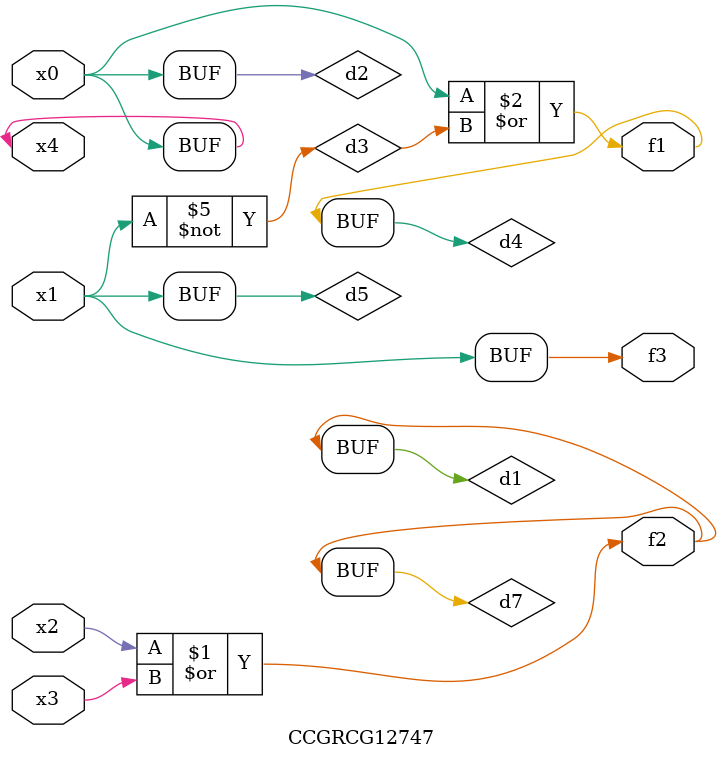
<source format=v>
module CCGRCG12747(
	input x0, x1, x2, x3, x4,
	output f1, f2, f3
);

	wire d1, d2, d3, d4, d5, d6, d7;

	or (d1, x2, x3);
	buf (d2, x0, x4);
	not (d3, x1);
	or (d4, d2, d3);
	not (d5, d3);
	nand (d6, d1, d3);
	or (d7, d1);
	assign f1 = d4;
	assign f2 = d7;
	assign f3 = d5;
endmodule

</source>
